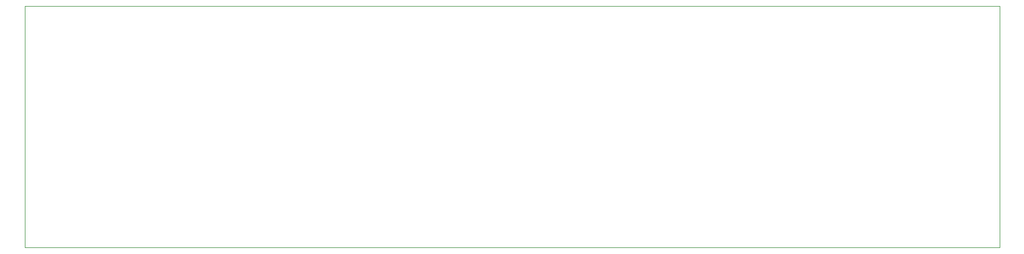
<source format=gm1>
%TF.GenerationSoftware,KiCad,Pcbnew,(6.0.7)*%
%TF.CreationDate,2022-08-24T20:04:41-04:00*%
%TF.ProjectId,chiller_interlock_aosense,6368696c-6c65-4725-9f69-6e7465726c6f,rev?*%
%TF.SameCoordinates,Original*%
%TF.FileFunction,Profile,NP*%
%FSLAX46Y46*%
G04 Gerber Fmt 4.6, Leading zero omitted, Abs format (unit mm)*
G04 Created by KiCad (PCBNEW (6.0.7)) date 2022-08-24 20:04:41*
%MOMM*%
%LPD*%
G01*
G04 APERTURE LIST*
%TA.AperFunction,Profile*%
%ADD10C,0.100000*%
%TD*%
G04 APERTURE END LIST*
D10*
X225044000Y-77724000D02*
X225044000Y-114808000D01*
X75692000Y-77724000D02*
X225044000Y-77724000D01*
X75692000Y-114808000D02*
X75692000Y-77724000D01*
X225044000Y-114808000D02*
X75692000Y-114808000D01*
M02*

</source>
